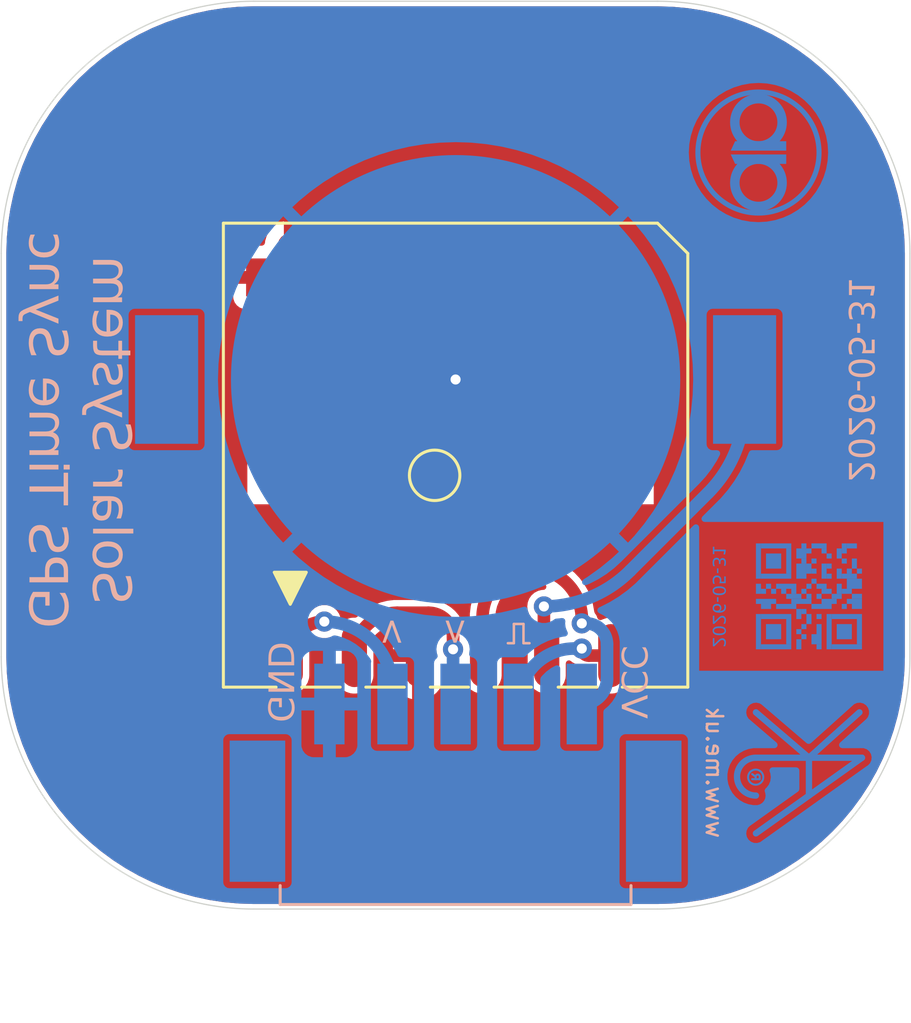
<source format=kicad_pcb>
(kicad_pcb (version 20221018) (generator pcbnew)
  (title_block (title "GPS reference") (date "${DATE}") (rev "5") (company "Adrian Kennard Andrews & Arnold Ltd") (comment 1 "www.me.uk") (comment 2 "@TheRealRevK"))
  (layers (0 "F.Cu" signal) (31 "B.Cu" signal) (34 "B.Paste" user) (35 "F.Paste" user) (36 "B.SilkS" user "B.Silkscreen") (37 "F.SilkS" user "F.Silkscreen") (38 "B.Mask" user) (39 "F.Mask" user) (44 "Edge.Cuts" user))
  (property "DATE" "2023-03-25")
  (net 0 "")
  (net 1 "GND")
  (net 2 "Net-(J1-Pad2)")
  (net 3 "Net-(J1-Pad3)")
  (net 4 "Net-(J1-Pad5)")
  (net 6 "BAT")
  (net 11 "Net-(J1-Pad4)")
  (footprint "RevK:L86-M33" (layer "F.Cu") (at 100 100 -90)
    (fp_text reference "U1" hide)
    (fp_text value "L86-M33")
    (fp_line (start -9.2 9.2) (end -9.2 -8) (stroke (width 0.12)) (layer "F.SilkS"))
    (fp_line (start -9.2 9.2) (end 9.2 9.2) (stroke (width 0.12)) (layer "F.SilkS"))
    (fp_line (start -8 -9.2) (end -9.2 -8) (stroke (width 0.12)) (layer "F.SilkS"))
    (fp_line (start -8 -9.2) (end 9.2 -9.2) (stroke (width 0.12)) (layer "F.SilkS"))
    (fp_line (start 9.2 -9.2) (end 9.2 -6.604) (stroke (width 0.12)) (layer "F.SilkS"))
    (fp_line (start 9.2 -5.6) (end 9.2 -4.064) (stroke (width 0.12)) (layer "F.SilkS"))
    (fp_line (start 9.2 -3) (end 9.2 -1.524) (stroke (width 0.12)) (layer "F.SilkS"))
    (fp_line (start 9.2 -0.508) (end 9.2 1) (stroke (width 0.12)) (layer "F.SilkS"))
    (fp_line (start 9.2 2.032) (end 9.2 3.556) (stroke (width 0.12)) (layer "F.SilkS"))
    (fp_line (start 9.2 4.572) (end 9.2 6.096) (stroke (width 0.12)) (layer "F.SilkS"))
    (fp_line (start 9.2 9.2) (end 9.2 7.112) (stroke (width 0.12)) (layer "F.SilkS"))
    (fp_circle (center 0.8 0.83) (end 1.8 0.83) (stroke (width 0.12)) (fill none) (layer "F.SilkS"))
    (fp_poly (pts (xy 5.915 6.55) (xy 4.645 7.185) (xy 4.645 5.915)) (stroke (width 0.12)) (fill solid) (layer "F.SilkS"))
    (pad "1" smd roundrect (at 7.95 6.55 270) (size 2.5 1) (layers "F.Cu" "F.Mask") (roundrect_rratio 0.5) (net 2 "Net-(J1-Pad2)"))
    (pad "2" smd roundrect (at 7.95 4.01 270) (size 2.5 1) (layers "F.Cu" "F.Mask") (roundrect_rratio 0.5) (net 3 "Net-(J1-Pad3)"))
    (pad "3" smd roundrect (at 7.95 1.47 270) (size 2.5 1) (layers "F.Cu" "F.Mask") (roundrect_rratio 0.5) (net 1 "GND"))
    (pad "4" smd roundrect (at 7.95 -1.07 270) (size 2.5 1) (layers "F.Cu" "F.Mask") (roundrect_rratio 0.5) (net 4 "Net-(J1-Pad5)"))
    (pad "5" smd roundrect (at 7.95 -3.61 270) (size 2.5 1) (layers "F.Cu" "F.Mask") (roundrect_rratio 0.5) (net 6 "BAT"))
    (pad "6" smd roundrect (at 7.95 -6.15 270) (size 2.5 1) (layers "F.Cu" "F.Mask") (roundrect_rratio 0.5) (net 11 "Net-(J1-Pad4)"))
    (pad "7" smd roundrect (at -7.55 -6.15 270) (size 2.5 1) (layers "F.Cu" "F.Mask") (roundrect_rratio 0.5))
    (pad "8" smd roundrect (at -7.55 -3.61 270) (size 2.5 1) (layers "F.Cu" "F.Mask") (roundrect_rratio 0.5))
    (pad "9" smd roundrect (at -7.55 -1.07 270) (size 2.5 1) (layers "F.Cu" "F.Mask") (roundrect_rratio 0.5))
    (pad "10" smd roundrect (at -7.55 1.47 270) (size 2.5 1) (layers "F.Cu" "F.Mask") (roundrect_rratio 0.5))
    (pad "11" smd roundrect (at -7.55 4.01 270) (size 2.5 1) (layers "F.Cu" "F.Mask") (roundrect_rratio 0.5))
    (pad "12" smd roundrect (at -7.55 6.55 270) (size 2.5 1) (layers "F.Cu" "F.Mask") (roundrect_rratio 0.5) (net 1 "GND"))
    (pad "12" smd rect (at -7.05 7.175 270) (size 1.5 2.25) (layers "F.Cu" "F.Mask") (net 1 "GND"))
    (zone (net 0) (net_name "") (layer "F.Cu") (connect_pads (clearance 0)) (min_thickness 0.254)
      (keepout (tracks not_allowed) (vias not_allowed) (pads not_allowed) (copperpour not_allowed) (footprints not_allowed))
      (fill (thermal_gap 0.508) (thermal_bridge_width 0.508))
      (polygon (pts (xy 91.75 101.95) (xy 91.75 99.7) (xy 93 99.7) (xy 93 101.95)))
    )
    (zone (net 0) (net_name "") (layer "F.Cu") (connect_pads (clearance 0)) (min_thickness 0.254)
      (keepout (tracks not_allowed) (vias not_allowed) (pads not_allowed) (copperpour not_allowed) (footprints not_allowed))
      (fill (thermal_gap 0.508) (thermal_bridge_width 0.508))
      (polygon (pts (xy 106.6 101.95) (xy 106.6 99.7) (xy 107.85 99.7) (xy 107.85 101.95)))
    )
    (zone (net 0) (net_name "") (layer "F.Cu") (connect_pads (clearance 0)) (min_thickness 0.254)
      (keepout (tracks not_allowed) (vias not_allowed) (pads not_allowed) (copperpour not_allowed) (footprints allowed))
      (fill (thermal_gap 0.508) (thermal_bridge_width 0.508))
      (polygon (pts (xy 99.6 101.9) (xy 98.75 101.9) (xy 98.1 101.25) (xy 98.1 100.35) (xy 98.75 99.7) (xy 99.6 99.7) (xy 100.25 100.35) (xy 100.25 101.25)))
    )
  )
  (footprint "RevK:QR-SS" (layer "B.Cu") (at 114 105.6 90)
    (fp_text reference "U5" hide)
    (fp_text value "QR" hide)
    (fp_text user "${CURRENT_DATE}" (at 0 -3.6 270 unlocked) (layer "B.Cu") (effects (font (size 0.5 0.5) (thickness 0.1)) (justify mirror)))
    (pad "-" smd rect (at -2 -1.3 90) (size 0.2 1.2) (layers "B.Cu") (clearance 0.2))
    (pad "-" smd rect (at -2 0.4 90) (size 0.2 0.2) (layers "B.Cu") (clearance 0.2))
    (pad "-" smd rect (at -2 1.5 90) (size 0.2 1.2) (layers "B.Cu") (clearance 0.2))
    (pad "-" smd rect (at -1.9 -0.4 90) (size 0.4 0.2) (layers "B.Cu") (clearance 0.2))
    (pad "-" smd rect (at -1.7 0.3 90) (size 0.4 0.4) (layers "B.Cu") (clearance 0.2))
    (pad "-" smd rect (at -1.6 -0.2 90) (size 0.2 0.2) (layers "B.Cu") (clearance 0.2))
    (pad "-" smd rect (at -1.4 -2 90) (size 1.4 0.2) (layers "B.Cu") (clearance 0.2))
    (pad "-" smd rect (at -1.4 -1.4 90) (size 0.6 0.6) (layers "B.Cu") (clearance 0.2))
    (pad "-" smd rect (at -1.4 -0.8 90) (size 1 0.2) (layers "B.Cu") (clearance 0.2))
    (pad "-" smd rect (at -1.4 -0.4 90) (size 0.2 0.2) (layers "B.Cu") (clearance 0.2))
    (pad "-" smd rect (at -1.4 0.8 90) (size 1.4 0.2) (layers "B.Cu") (clearance 0.2))
    (pad "-" smd rect (at -1.4 1.4 90) (size 0.6 0.6) (layers "B.Cu") (clearance 0.2))
    (pad "-" smd rect (at -1.4 2 90) (size 1 0.2) (layers "B.Cu") (clearance 0.2))
    (pad "-" smd rect (at -1.3 0.4 90) (size 0.4 0.2) (layers "B.Cu") (clearance 0.2))
    (pad "-" smd rect (at -1.2 -0.2 90) (size 0.2 0.2) (layers "B.Cu") (clearance 0.2))
    (pad "-" smd rect (at -0.9 0 90) (size 0.4 0.2) (layers "B.Cu") (clearance 0.2))
    (pad "-" smd rect (at -0.8 -1.3 90) (size 0.2 1.2) (layers "B.Cu") (clearance 0.2))
    (pad "-" smd rect (at -0.8 0.4 90) (size 0.2 0.2) (layers "B.Cu") (clearance 0.2))
    (pad "-" smd rect (at -0.8 1.5 90) (size 0.2 1.2) (layers "B.Cu") (clearance 0.2))
    (pad "-" smd rect (at -0.7 -0.4 90) (size 0.4 0.2) (layers "B.Cu") (clearance 0.2))
    (pad "-" smd rect (at -0.6 -0.2 90) (size 0.2 0.2) (layers "B.Cu") (clearance 0.2))
    (pad "-" smd rect (at -0.4 -1.7 90) (size 0.2 0.4) (layers "B.Cu") (clearance 0.2))
    (pad "-" smd rect (at -0.4 -0.9 90) (size 0.2 0.8) (layers "B.Cu") (clearance 0.2))
    (pad "-" smd rect (at -0.4 0.5 90) (size 0.2 0.8) (layers "B.Cu") (clearance 0.2))
    (pad "-" smd rect (at -0.4 1.4 90) (size 0.2 0.2) (layers "B.Cu") (clearance 0.2))
    (pad "-" smd rect (at -0.4 1.9 90) (size 0.2 0.4) (layers "B.Cu") (clearance 0.2))
    (pad "-" smd rect (at -0.2 -1.7 90) (size 0.2 0.8) (layers "B.Cu") (clearance 0.2))
    (pad "-" smd rect (at -0.2 -0.3 90) (size 0.2 0.8) (layers "B.Cu") (clearance 0.2))
    (pad "-" smd rect (at -0.2 0.8 90) (size 0.2 0.6) (layers "B.Cu") (clearance 0.2))
    (pad "-" smd rect (at -0.2 1.8 90) (size 0.2 0.6) (layers "B.Cu") (clearance 0.2))
    (pad "-" smd rect (at 0 -0.6 90) (size 0.2 0.6) (layers "B.Cu") (clearance 0.2))
    (pad "-" smd rect (at 0 0 90) (size 0.2 0.2) (layers "B.Cu") (clearance 0.2))
    (pad "-" smd rect (at 0 0.4 90) (size 0.2 0.2) (layers "B.Cu") (clearance 0.2))
    (pad "-" smd rect (at 0 1.1 90) (size 0.2 0.4) (layers "B.Cu") (clearance 0.2))
    (pad "-" smd rect (at 0 1.9 90) (size 0.2 0.4) (layers "B.Cu") (clearance 0.2))
    (pad "-" smd rect (at 0.2 -1.8 90) (size 0.2 0.2) (layers "B.Cu") (clearance 0.2))
    (pad "-" smd rect (at 0.2 -1.4 90) (size 0.2 0.2) (layers "B.Cu") (clearance 0.2))
    (pad "-" smd rect (at 0.2 -1 90) (size 0.2 0.2) (layers "B.Cu") (clearance 0.2))
    (pad "-" smd rect (at 0.2 -0.6 90) (size 0.2 0.2) (layers "B.Cu") (clearance 0.2))
    (pad "-" smd rect (at 0.2 -0.2 90) (size 0.2 0.2) (layers "B.Cu") (clearance 0.2))
    (pad "-" smd rect (at 0.2 0.7 90) (size 0.2 0.4) (layers "B.Cu") (clearance 0.2))
    (pad "-" smd rect (at 0.2 1.5 90) (size 0.2 0.4) (layers "B.Cu") (clearance 0.2))
    (pad "-" smd rect (at 0.3 -2 90) (size 0.4 0.2) (layers "B.Cu") (clearance 0.2))
    (pad "-" smd rect (at 0.3 1.2 90) (size 0.4 0.2) (layers "B.Cu") (clearance 0.2))
    (pad "-" smd rect (at 0.4 -1.6 90) (size 0.2 0.2) (layers "B.Cu") (clearance 0.2))
    (pad "-" smd rect (at 0.4 -0.9 90) (size 0.2 0.8) (layers "B.Cu") (clearance 0.2))
    (pad "-" smd rect (at 0.4 0 90) (size 0.2 0.2) (layers "B.Cu") (clearance 0.2))
    (pad "-" smd rect (at 0.4 0.5 90) (size 0.2 0.4) (layers "B.Cu") (clearance 0.2))
    (pad "-" smd rect (at 0.5 1.8 90) (size 0.4 0.6) (layers "B.Cu") (clearance 0.2))
    (pad "-" smd rect (at 0.6 0.2 90) (size 0.2 0.2) (layers "B.Cu") (clearance 0.2))
    (pad "-" smd rect (at 0.8 -1.3 90) (size 0.2 1.2) (layers "B.Cu") (clearance 0.2))
    (pad "-" smd rect (at 0.8 0.8 90) (size 0.2 0.2) (layers "B.Cu") (clearance 0.2))
    (pad "-" smd rect (at 0.8 1.6 90) (size 0.2 0.6) (layers "B.Cu") (clearance 0.2))
    (pad "-" smd rect (at 0.9 1.2 90) (size 0.4 0.2) (layers "B.Cu") (clearance 0.2))
    (pad "-" smd rect (at 1 -0.3 90) (size 0.6 0.4) (layers "B.Cu") (clearance 0.2))
    (pad "-" smd rect (at 1 0.2 90) (size 0.2 0.2) (layers "B.Cu") (clearance 0.2))
    (pad "-" smd rect (at 1 0.6 90) (size 0.6 0.2) (layers "B.Cu") (clearance 0.2))
    (pad "-" smd rect (at 1 1.6 90) (size 0.2 0.2) (layers "B.Cu") (clearance 0.2))
    (pad "-" smd rect (at 1 2 90) (size 0.2 0.2) (layers "B.Cu") (clearance 0.2))
    (pad "-" smd rect (at 1.1 0 90) (size 0.4 0.2) (layers "B.Cu") (clearance 0.2))
    (pad "-" smd rect (at 1.2 0.8 90) (size 0.2 0.2) (layers "B.Cu") (clearance 0.2))
    (pad "-" smd rect (at 1.3 1.8 90) (size 0.4 0.2) (layers "B.Cu") (clearance 0.2))
    (pad "-" smd rect (at 1.4 -2 90) (size 1.4 0.2) (layers "B.Cu") (clearance 0.2))
    (pad "-" smd rect (at 1.4 -1.4 90) (size 0.6 0.6) (layers "B.Cu") (clearance 0.2))
    (pad "-" smd rect (at 1.4 -0.8 90) (size 1 0.2) (layers "B.Cu") (clearance 0.2))
    (pad "-" smd rect (at 1.4 -0.2 90) (size 0.2 0.2) (layers "B.Cu") (clearance 0.2))
    (pad "-" smd rect (at 1.4 0.2 90) (size 0.2 0.2) (layers "B.Cu") (clearance 0.2))
    (pad "-" smd rect (at 1.4 1.4 90) (size 0.2 0.2) (layers "B.Cu") (clearance 0.2))
    (pad "-" smd rect (at 1.6 0.8 90) (size 0.2 0.2) (layers "B.Cu") (clearance 0.2))
    (pad "-" smd rect (at 1.7 -0.3 90) (size 0.4 0.4) (layers "B.Cu") (clearance 0.2))
    (pad "-" smd rect (at 1.7 1.2 90) (size 0.4 0.2) (layers "B.Cu") (clearance 0.2))
    (pad "-" smd rect (at 1.8 0 90) (size 0.2 0.2) (layers "B.Cu") (clearance 0.2))
    (pad "-" smd rect (at 1.8 0.6 90) (size 0.2 0.2) (layers "B.Cu") (clearance 0.2))
    (pad "-" smd rect (at 1.9 1.4 90) (size 0.4 0.2) (layers "B.Cu") (clearance 0.2))
    (pad "-" smd rect (at 2 -1.3 90) (size 0.2 1.2) (layers "B.Cu") (clearance 0.2))
    (pad "-" smd rect (at 2 -0.2 90) (size 0.2 0.2) (layers "B.Cu") (clearance 0.2))
    (pad "-" smd rect (at 2 0.4 90) (size 0.2 0.6) (layers "B.Cu") (clearance 0.2))
    (pad "-" smd rect (at 2 1.7 90) (size 0.2 0.4) (layers "B.Cu") (clearance 0.2))
    (zone (net 0) (net_name "") (layer "B.Cu") (connect_pads (clearance 0)) (min_thickness 0.254)
      (keepout (tracks not_allowed) (vias not_allowed) (pads allowed) (copperpour not_allowed) (footprints not_allowed))
      (fill (thermal_gap 0.508) (thermal_bridge_width 0.508))
      (polygon (pts (xy 109.65 102.65) (xy 109.65 108.55) (xy 116.95 108.55) (xy 116.95 102.65)))
    )
  )
  (footprint "RevK:AA" (layer "B.Cu") (at 112 88 90)
    (fp_text reference "Logo1" hide)
    (fp_text value "AA" hide)
    (fp_circle (center -1.2 0) (end -0.2625 0) (stroke (width 0.375)) (fill none) (layer "B.Cu"))
    (fp_circle (center 0 0) (end 2.4 0) (stroke (width 0.2)) (fill none) (layer "B.Cu"))
    (fp_circle (center 1.2 0) (end 2.1375 0) (stroke (width 0.375)) (fill none) (layer "B.Cu"))
    (fp_poly (pts (xy -0.075 -1.1) (xy -0.45 -0.925) (xy -0.45 1.1) (xy -0.075 1.1)) (fill solid) (layer "B.Cu"))
    (fp_poly (pts (xy 0.45 -0.925) (xy 0.075 -1.1) (xy 0.075 1.1) (xy 0.45 1.1)) (fill solid) (layer "B.Cu"))
  )
  (footprint "RevK:Battery-Holder-2032" (layer "B.Cu") (at 100 97 180)
    (fp_text reference "BT1" hide)
    (fp_text value "Battery_Cell")
    (pad "" smd rect (at 11.45 0 180) (size 2.5 5.1) (layers "B.Cu" "B.Mask"))
    (pad "1" smd rect (at -11.45 0 180) (size 2.5 5.1) (layers "B.Cu" "B.Mask") (net 6 "BAT"))
    (pad "2" smd circle (at 0 0 180) (size 17.8 17.8) (layers "B.Cu" "B.Mask") (net 1 "GND"))
  )
  (footprint "RevK:PTSM-HH-5-RA-P-SMD" (layer "B.Cu") (at 100 109.87 180)
    (fp_text reference "J1" hide)
    (fp_text value "Conn_01x05")
    (fp_line (start -6.95 -7.95) (end -6.95 -7.2) (stroke (width 0.12)) (layer "B.SilkS"))
    (fp_line (start -6.95 -7.95) (end 6.95 -7.95) (stroke (width 0.12)) (layer "B.SilkS"))
    (fp_line (start 6.95 -7.95) (end 6.95 -7.2) (stroke (width 0.12)) (layer "B.SilkS"))
    (pad "" smd rect (at -7.85 -4.25 180) (size 2.2 5.6) (layers "B.Cu" "B.Paste" "B.Mask"))
    (pad "" smd rect (at 7.85 -4.25 180) (size 2.2 5.6) (layers "B.Cu" "B.Paste" "B.Mask"))
    (pad "1" smd rect (at 5 0 180) (size 1.2 3.2) (layers "B.Cu" "B.Paste" "B.Mask") (net 1 "GND"))
    (pad "2" smd rect (at 2.5 0 180) (size 1.2 3.2) (layers "B.Cu" "B.Paste" "B.Mask") (net 2 "Net-(J1-Pad2)"))
    (pad "3" smd rect (at 0 0 180) (size 1.2 3.2) (layers "B.Cu" "B.Paste" "B.Mask") (net 3 "Net-(J1-Pad3)"))
    (pad "4" smd rect (at -2.5 0 180) (size 1.2 3.2) (layers "B.Cu" "B.Paste" "B.Mask") (net 11 "Net-(J1-Pad4)"))
    (pad "5" smd rect (at -5 0 180) (size 1.2 3.2) (layers "B.Cu" "B.Paste" "B.Mask") (net 4 "Net-(J1-Pad5)"))
  )
  (footprint "RevK:AJK" (layer "B.Cu") (at 114 112 90)
    (fp_text reference "Logo2" hide)
    (fp_text value "AJK" hide)
    (fp_text user "www.me.uk" (at -0.58 -3.75 -90 unlocked) (layer "B.SilkS") (effects (font (size 0.65 0.65) (thickness 0.1)) (justify mirror)))
    (fp_line (start -0.85 -2.11) (end -0.75 -2.11) (stroke (width 0.08)) (layer "B.Cu"))
    (fp_line (start -0.85 -1.95) (end -0.85 -2.25) (stroke (width 0.08)) (layer "B.Cu"))
    (fp_line (start -0.85 -1.95) (end -0.75 -1.95) (stroke (width 0.08)) (layer "B.Cu"))
    (fp_line (start -0.75 -2.11) (end -0.65 -2.25) (stroke (width 0.08)) (layer "B.Cu"))
    (fp_line (start 0 0) (end -1.5 0) (stroke (width 0.25)) (layer "B.Cu"))
    (fp_line (start 0 0) (end 1.8 -2.1) (stroke (width 0.25)) (layer "B.Cu"))
    (fp_line (start 0 2.1) (end -3 -2.1) (stroke (width 0.25)) (layer "B.Cu"))
    (fp_line (start 0 2.1) (end 0 -2.1) (stroke (width 0.25)) (layer "B.Cu"))
    (fp_line (start 1.8 2) (end 0 0) (stroke (width 0.25)) (layer "B.Cu"))
    (fp_arc (start -1.5 -2.1) (mid -0.75 -2.85) (end 0 -2.1) (stroke (width 0.25)) (layer "B.Cu"))
    (fp_arc (start -0.75 -2.11) (mid -0.67 -2.03) (end -0.75 -1.95) (stroke (width 0.08)) (layer "B.Cu"))
    (fp_circle (center -0.77 -2.11) (end -0.47 -2.11) (stroke (width 0.08)) (fill none) (layer "B.Cu"))
  )
  (gr_line (start 118 92) (end 118 108) (stroke (width 0.05)) (layer "Edge.Cuts"))
  (gr_arc (start 118 108) (mid 115.071068 115.071068) (end 108 118) (stroke (width 0.05)) (layer "Edge.Cuts"))
  (gr_line (start 82 108) (end 82 92) (stroke (width 0.05)) (layer "Edge.Cuts"))
  (gr_line (start 92 118) (end 108 118) (stroke (width 0.05)) (layer "Edge.Cuts"))
  (gr_line (start 92 82) (end 108 82) (stroke (width 0.05)) (layer "Edge.Cuts"))
  (gr_arc (start 108 82) (mid 115.071068 84.928932) (end 118 92) (stroke (width 0.05)) (layer "Edge.Cuts"))
  (gr_arc (start 92 118) (mid 84.92893 115.071069) (end 82 108) (stroke (width 0.05)) (layer "Edge.Cuts"))
  (gr_arc (start 82 92) (mid 84.928932 84.928932) (end 92 82) (stroke (width 0.05)) (layer "Edge.Cuts"))
  (gr_text "${CURRENT_DATE}" (at 116 97 270) (layer "B.SilkS") (effects (font (size 1 1)) (justify mirror)))
  (gr_text "VCC" (at 107 109 -90) (layer "B.SilkS") (effects (font (size 1 1)) (justify mirror)))
  (gr_text ">" (at 100 107 90) (layer "B.SilkS") (effects (font (size 1 1)) (justify mirror)))
  (gr_text "⎍" (at 102.5 107) (layer "B.SilkS") (effects (font (size 1 1) (thickness 0.1)) (justify mirror)))
  (gr_text "GND" (at 93 109 -90) (layer "B.SilkS") (effects (font (size 1 1)) (justify mirror)))
  (gr_text "<" (at 97.5 107 90) (layer "B.SilkS") (effects (font (size 1 1)) (justify mirror)))
  (gr_text "Solar System\nGPS Time Sync" (at 85 99 -90) (layer "B.SilkS") (effects (font (size 1.5 1.5)) (justify mirror)))
  (via (at 100 97) (size 0.8) (drill 0.4) (layers "F.Cu" "B.Cu") (net 1))
  (via (at 94.8 106.6) (size 0.8) (drill 0.4) (layers "F.Cu" "B.Cu") (net 2))
  (arc (start 93.45 107.95) (mid 93.845406 106.995406) (end 94.8 106.6) (width 0.5) (layer "F.Cu") (net 2))
  (segment (start 97.5 109.3) (end 97.5 109.87) (width 0.5) (layer "B.Cu") (net 2))
  (arc (start 94.8 106.6) (mid 96.709188 107.390812) (end 97.5 109.3) (width 0.5) (layer "B.Cu") (net 2))
  (segment (start 99.9 107.7) (end 99.9 107.226495) (width 0.5) (layer "F.Cu") (net 3))
  (segment (start 98.923504 106.249999) (end 97.690001 106.249999) (width 0.5) (layer "F.Cu") (net 3))
  (via (at 99.9 107.7) (size 0.8) (drill 0.4) (layers "F.Cu" "B.Cu") (net 3))
  (arc (start 97.690001 106.249999) (mid 96.487919 106.747918) (end 95.99 107.95) (width 0.5) (layer "F.Cu") (net 3))
  (arc (start 99.9 107.226495) (mid 99.613991 106.536008) (end 98.923504 106.249999) (width 0.5) (layer "F.Cu") (net 3))
  (segment (start 99.9 107.7) (end 99.9 109.77) (width 0.5) (layer "B.Cu") (net 3))
  (arc (start 99.9 109.77) (mid 99.929289 109.840711) (end 100 109.87) (width 0.5) (layer "B.Cu") (net 3))
  (segment (start 101.07 107.95) (end 101.07 106.43) (width 0.5) (layer "F.Cu") (net 4))
  (segment (start 104.998127 106.669122) (end 105 106.670995) (width 0.5) (layer "F.Cu") (net 4))
  (segment (start 104.998127 106.369036) (end 104.998127 106.669122) (width 0.5) (layer "F.Cu") (net 4))
  (via (at 105 106.670995) (size 0.8) (drill 0.4) (layers "F.Cu" "B.Cu") (net 4))
  (arc (start 103 104.5) (mid 104.367185 105.040272) (end 104.998127 106.369036) (width 0.5) (layer "F.Cu") (net 4))
  (arc (start 101.07 106.43) (mid 101.635284 105.065284) (end 103 104.5) (width 0.5) (layer "F.Cu") (net 4))
  (segment (start 106 107.5) (end 106 108.87) (width 0.5) (layer "B.Cu") (net 4))
  (segment (start 105 106.670995) (end 105.170995 106.670995) (width 0.5) (layer "B.Cu") (net 4))
  (arc (start 105.170995 106.670995) (mid 105.75719 106.913805) (end 106 107.5) (width 0.5) (layer "B.Cu") (net 4))
  (arc (start 106 108.87) (mid 105.707107 109.577107) (end 105 109.87) (width 0.5) (layer "B.Cu") (net 4))
  (segment (start 103.5 106) (end 103.5 107.84) (width 0.5) (layer "F.Cu") (net 6))
  (via (at 103.5 106) (size 0.8) (drill 0.4) (layers "F.Cu" "B.Cu") (net 6))
  (arc (start 103.5 107.84) (mid 103.532218 107.917782) (end 103.61 107.95) (width 0.5) (layer "F.Cu") (net 6))
  (segment (start 106.914213 104.585786) (end 110 101.5) (width 0.5) (layer "B.Cu") (net 6))
  (segment (start 111.45 97.999391) (end 111.45 97) (width 0.5) (layer "B.Cu") (net 6))
  (arc (start 110 101.5) (mid 111.073157 99.893907) (end 111.45 97.999391) (width 0.5) (layer "B.Cu") (net 6))
  (arc (start 103.5 106) (mid 105.347759 105.632458) (end 106.914213 104.585786) (width 0.5) (layer "B.Cu") (net 6))
  (segment (start 106.15 107.95) (end 105.279502 107.95) (width 0.5) (layer "F.Cu") (net 11))
  (via (at 105 107.670498) (size 0.8) (drill 0.4) (layers "F.Cu" "B.Cu") (net 11))
  (arc (start 105.279502 107.95) (mid 105.081864 107.868136) (end 105 107.670498) (width 0.5) (layer "F.Cu") (net 11))
  (segment (start 105 107.670498) (end 104.699502 107.670498) (width 0.5) (layer "B.Cu") (net 11))
  (arc (start 104.699502 107.670498) (mid 103.144219 108.314717) (end 102.5 109.87) (width 0.5) (layer "B.Cu") (net 11))
  (zone (net 1) (net_name "GND") (layers "F&B.Cu") (connect_pads (clearance 0.254)) (min_thickness 0.254) (fill yes (thermal_gap 0.508) (thermal_bridge_width 0.508))
    (polygon (pts (xy 118 119) (xy 82 119) (xy 82 82) (xy 118 82)))
  )
)
</source>
